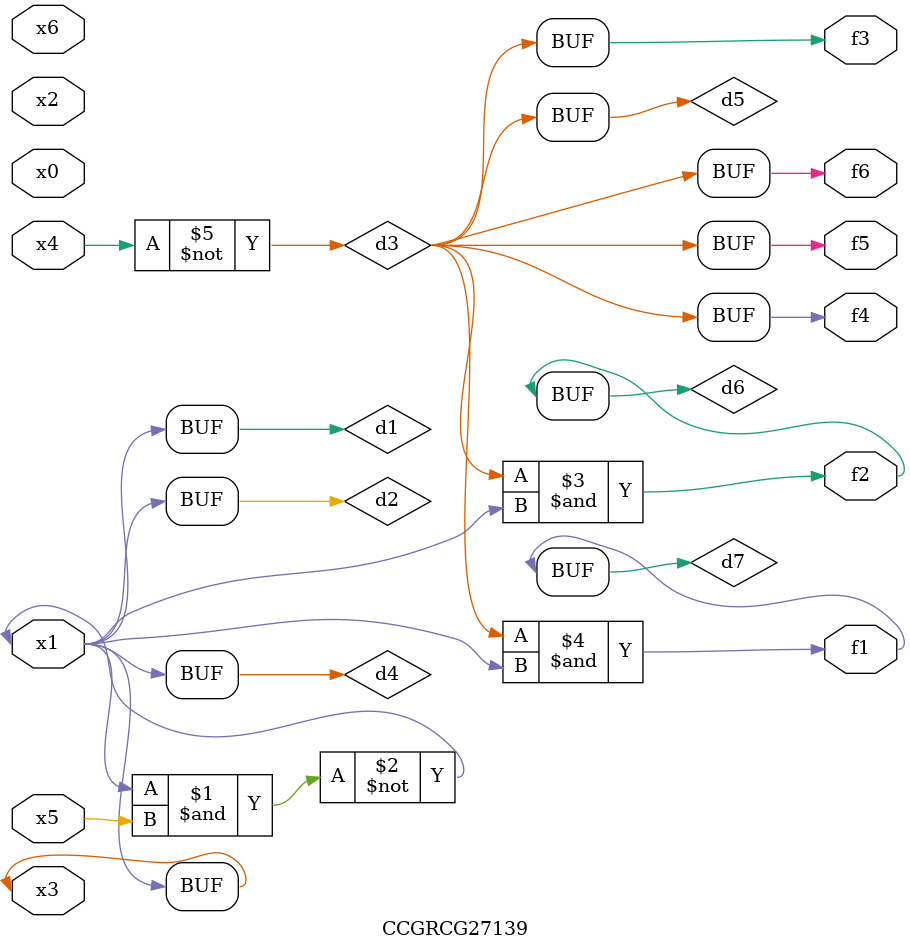
<source format=v>
module CCGRCG27139(
	input x0, x1, x2, x3, x4, x5, x6,
	output f1, f2, f3, f4, f5, f6
);

	wire d1, d2, d3, d4, d5, d6, d7;

	buf (d1, x1, x3);
	nand (d2, x1, x5);
	not (d3, x4);
	buf (d4, d1, d2);
	buf (d5, d3);
	and (d6, d3, d4);
	and (d7, d3, d4);
	assign f1 = d7;
	assign f2 = d6;
	assign f3 = d5;
	assign f4 = d5;
	assign f5 = d5;
	assign f6 = d5;
endmodule

</source>
